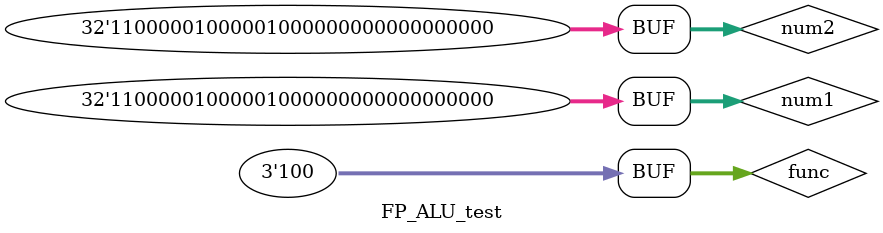
<source format=v>


module FP_ALU_test;

	// Inputs
	reg [31:0] num1;
	reg [31:0] num2;
	reg [2:0] func;

	// Outputs
	wire [31:0] result;
	wire overflow;
	wire underflow;
	wire inexact;
	wire div_by_zero;
	wire QNaN;
	wire SNaN;

	// Instantiate the Unit Under Test (UUT)
	FP_ALU uut (
		.num1(num1), 
		.num2(num2), 
		.func(func), 
		.result(result), 
		.overflow(overflow), 
		.underflow(underflow), 
		.inexact(inexact), 
		.div_by_zero(div_by_zero), 
		.QNaN(QNaN), 
		.SNaN(SNaN)
	);

	initial begin
		// Initialize Inputs
		num1 = 0;
		num2 = 0;
		func = 0;

		#10;    	
		// add test 
      num1 = 32'b01000001000001000000000000000000;
		num2 = 32'b00111111101000000000000000000000;
		func = 3'b000;
 //8.25+1.25=9.5 01000001000010000000000000000000
		
		#10;    	
		// add test 
      num1 = 32'b01000001000001000000000000000000;
		num2 = 32'b10111111101000000000000000000000;
		func = 3'b000;
 //8.25+-1.25=7  01000000111000000000000000000000
		 
		#10;    	
		// add test 
      num1 = 32'b11000001000001000000000000000000;
		num2 = 32'b10111111101000000000000000000000;
		func = 3'b000;
//-8.25+-1.25=-9.5 11000001000010000000000000000000
		
		#10;    	
		// add test 
      num1 = 32'b11000001000001000000000000000000;
		num2 = 32'b10111111101000000000000000000000;
		func = 3'b000;
//-8.25+1.25=-7 11000000111000000000000000000000

		#10;    	
		// add test 
      num1 = 32'b10111111101000000000000000000000;
		num2 = 32'b00111111101000000000000000000000;
		func = 3'b000;
 //-1.25+1.25=0  00000000000000000000000000000000	
		
		#10
		// add test inexact test
      num1 = 32'b01000001000001000000000000000000;
		num2 = 32'b10111111101000000000000000000001;
		func = 3'b000;
 //8.25+-1.25+eps=7  01000000111000000000000000000000
		
		#10;    	
		// add test 
      num1 = 32'b01111111100000000000000000000000;
		num2 = 32'b00111111101000000000000000000000;
		func = 3'b000;
 //inf+1.25=inf 01000001000010000000000000000000
 
		#10;    	
		// add test 
      num1 = 32'b11111111100000000000000000000000;
		num2 = 32'b00111111101000000000000000000000;
		func = 3'b000;
 //-inf+1.25=-inf 01000001000010000000000000000000
 
		#10;    	
		// add test 
      num1 = 32'b11111111100000000000000000000000;
		num2 = 32'b01111111100000000000000000000000;
		func = 3'b000;
 //-inf+inf=qnan 01000001000010000000000000000000
 
		#10;    	
		// sub test 
      num1 = 32'b01000001000001000000000000000000;
		num2 = 32'b00111111101000000000000000000000;
		func = 3'b001;
 //8.25-1.25=7 01000000111000000000000000000000 
		
		#10;    	
		// sub test 
      num1 = 32'b01000001000001000000000000000000;
		num2 = 32'b10111111101000000000000000000000;
		func = 3'b001;
 //8.25--1.25=9.5  01000001000010000000000000000000
		 
		#10;    	
		// sub test 
      num1 = 32'b11000001000001000000000000000000;
		num2 = 32'b10111111101000000000000000000000;
		func = 3'b001;
//-8.25--1.25=-7 11000000111000000000000000000000 
		
		#10;    	
		// sub test 
      num1 = 32'b11000001000001000000000000000000;
		num2 = 32'b10111111101000000000000000000000;
		func = 3'b001;
//-8.25-1.25=-9.5 11000001000010000000000000000000

		#10;    	
		// sub test 
      num1 = 32'b00111111101000000000000000000000;
		num2 = 32'b00111111101000000000000000000000;
		func = 3'b001;
 //1.25+1.25=0  00000000000000000000000000000000
		
		#10;    	
		// mul test 
      num1 = 32'b01000001000001000000000000000000;
		num2 = 32'b00111111101000000000000000000000;
		func = 3'b010;
 //8.25*1.25=10.3125  0_10000010_01001010000000000000000
		
		#10;
		// mul test 
      num1 = 32'b01000001000001000000000000000000;
		num2 = 32'b10111111101000000000000000000000;
		func = 3'b010;
 //8.25*-1.25=-10.3125  1_10000010_01001010000000000000000
		
		#10;
		// mul test 
      num1 = 32'b01000001000001000000000000000000;
		num2 = 32'b0;
		func = 3'b010;
 //8.25*0=0  0
		
		
		#10;    	
		// mul test 
      num1 = 32'b01111111100000000000000000000000;
		num2 = 32'b00111111101000000000000000000000;
		func = 3'b010;
 //inf*1.25=inf  0_10000010_01001010000000000000000
		
		#10; 
		// mul test 
      num1 = 32'b01111111100000000000000000000000;
		num2 = 32'b10111111101000000000000000000000;
		func = 3'b010;
 //inf*-1.25=-inf  0_10000010_01001010000000000000000
		
		#10; 
		// mul test 
      num1 = 32'b01111111100000000000000000000000;
		num2 = 32'b00000000000000000000000000000000;
		func = 3'b010;
 //inf*0=-qnan  0_10000010_01001010000000000000000
		
		
		#10;
		// div by zero test 
      num1 = 32'b01000001000001000000000000000000;
		num2 = 32'b0;
		func = 3'b011;
 //8.25/0=div by zero  0
		
		#10;
		// div test 
      num1 = 32'b01000001000001000000000000000000;
		num2 = 32'b00111111110000000000000000000000;
		func = 3'b011;
 //8.25/1.5=5.5 01000000101100000000000000000000
		
		#10;
		// div test 
      num1 = 32'b11000001000001000000000000000000;
		num2 = 32'b00111111110000000000000000000000;
		func = 3'b011;
 //-8.25/1.5=-5.5 11000000101100000000000000000000
 
		#10;
		// div over flow test 
      num1 = 32'b1_11111110_00001000000000000000000;
		num2 = 32'b0_00000001_10000000000000000000000;
		func = 3'b011;
 //over flow
		
	
		#10;
		// div inexact test 
      num1 = 32'b11000001000001000000000000000000;
		num2 = 32'b10111111101000000000000000000000;
		func = 3'b011;
 //-8.25/1.25=6.6 inexact 11000000101100000000000000000000
		
		
		#10;
		// div Qnan test 
      num1 = 32'b1_11111111_00000000000000000000000;
		num2 = 32'b0_11111111_00000000000000000000000;
		func = 3'b011;
 //Qnan
 
		#10;
		// inv test 
      num1 = 32'b01000000000000000000000000000000;
		num2 = 32'b0_11111111_00000000000000000000000;
		func = 3'b101;
 //1/2 = 0.5  00111111000000000000000000000000
 
		#10;
		// inv test 
      num1 = 32'b01000000000000000000000000000000;
		num2 = 32'b0_11111111_00000000000000000000000;
		func = 3'b101;
 //1/2 = 0.5  00111111000000000000000000000000
 
		#10;
		// inv div_by_zero test 
      num1 = 32'b00000000000000000000000000000000;
		num2 = 32'b0_11111111_00000000000000000000000;
		func = 3'b101;
 //1/0 = 0.5  div_by_zero
		
		#10;
		// div test 
      num1 = 32'b01111111100000000000000000000000;
		num2 = 32'b00111111110000000000000000000000;
		func = 3'b011;
 //inf/1.5=inf 01000000101100000000000000000000
 
		
		#10;
		// div test 
      num2 = 32'b01111111100000000000000000000000;
		num1 = 32'b00111111110000000000000000000000;
		func = 3'b011;
 //1.5/inf=0 01000000101100000000000000000000
		#10;
		// rounding test 
      num1 = 32'b01000000000000000000000000000000;
		num2 = 32'b0_11111111_00000000000000000000000;
		func = 3'b110;
 //2 = 2  01000000000000000000000000000000
 
		#10;
		// rounding test 
      num1 = 32'b01000000001000000000000000000000;
		num2 = 32'b0_11111111_00000000000000000000000;
		func = 3'b110;
 //2.5 = 3  01000000000000000000000000000000
		#10;
		// rounding test 
      num1 = 32'b11000000000100000000000000000000;
		num2 = 32'b0_11111111_00000000000000000000000;
		func = 3'b110;
 //-2.25 = -2  01000000000000000000000000000000
		#10
		// rounding overflow test 
      num1 = 32'b11111110000100000000000000000000;
		num2 = 32'b0_11111111_00000000000000000000000;
		func = 3'b110;
 //overflow  01000000000000000000000000000000
 
		
		#10;
		// rounding test 
      num1 = 32'b00111110100000000000000000000000;
		num2 = 32'b0_11111111_00000000000000000000000;
		func = 3'b110;
 //0.25 = 0  00000000000000000000000000000000
 
		#10;
		// cmp test 
      num1 = 32'b01000001000001000000000000000000;
		num2 = 32'b00111111110000000000000000000000;
		func = 3'b100;
 //8.25 > 1.5 = 001
		
		#10;
		// cmp test 
      num1 = 32'b11000001000001000000000000000000;
		num2 = 32'b00111111110000000000000000000000;
		func = 3'b100;
 //-8.25 < 1.5 = 100
		
		#10;
		// cmp test 
      num1 = 32'b11000001000001000000000000000000;
		num2 = 32'b10111111110000000000000000000000;
		func = 3'b100;
 //-8.25 < -1.5 = 100
		
		#10;
		// cmp test 
      num1 = 32'b11000001000001000000000000000000;
		num2 = 32'b11000001000001000000000000000000;
		func = 3'b100;
 //-8.25 == -8.25 = 010
		
		// Add stimulus here
  #10;    	
		
	end
       
endmodule


</source>
